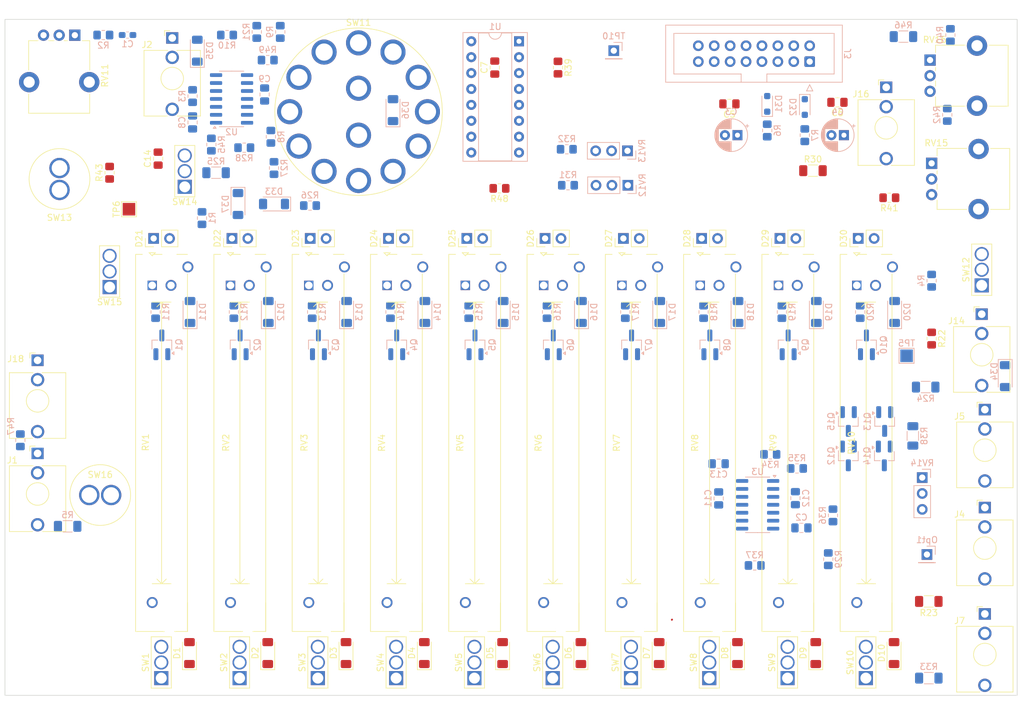
<source format=kicad_pcb>
(kicad_pcb (version 20221018) (generator pcbnew)

  (general
    (thickness 1.6)
  )

  (paper "A4")
  (title_block
    (title "Unseen Servant (Baby 10 Seq)")
  )

  (layers
    (0 "F.Cu" signal)
    (31 "B.Cu" signal)
    (32 "B.Adhes" user "B.Adhesive")
    (33 "F.Adhes" user "F.Adhesive")
    (34 "B.Paste" user)
    (35 "F.Paste" user)
    (36 "B.SilkS" user "B.Silkscreen")
    (37 "F.SilkS" user "F.Silkscreen")
    (38 "B.Mask" user)
    (39 "F.Mask" user)
    (40 "Dwgs.User" user "User.Drawings")
    (41 "Cmts.User" user "User.Comments")
    (42 "Eco1.User" user "User.Eco1")
    (43 "Eco2.User" user "User.Eco2")
    (44 "Edge.Cuts" user)
    (45 "Margin" user)
    (46 "B.CrtYd" user "B.Courtyard")
    (47 "F.CrtYd" user "F.Courtyard")
    (48 "B.Fab" user)
    (49 "F.Fab" user)
    (50 "User.1" user)
    (51 "User.2" user)
    (52 "User.3" user)
    (53 "User.4" user)
    (54 "User.5" user)
    (55 "User.6" user)
    (56 "User.7" user)
    (57 "User.8" user)
    (58 "User.9" user)
  )

  (setup
    (stackup
      (layer "F.SilkS" (type "Top Silk Screen"))
      (layer "F.Paste" (type "Top Solder Paste"))
      (layer "F.Mask" (type "Top Solder Mask") (thickness 0.01))
      (layer "F.Cu" (type "copper") (thickness 0.035))
      (layer "dielectric 1" (type "core") (thickness 1.51) (material "FR4") (epsilon_r 4.5) (loss_tangent 0.02))
      (layer "B.Cu" (type "copper") (thickness 0.035))
      (layer "B.Mask" (type "Bottom Solder Mask") (thickness 0.01))
      (layer "B.Paste" (type "Bottom Solder Paste"))
      (layer "B.SilkS" (type "Bottom Silk Screen"))
      (copper_finish "None")
      (dielectric_constraints no)
    )
    (pad_to_mask_clearance 0)
    (pcbplotparams
      (layerselection 0x00010fc_ffffffff)
      (plot_on_all_layers_selection 0x0000000_00000000)
      (disableapertmacros false)
      (usegerberextensions false)
      (usegerberattributes true)
      (usegerberadvancedattributes true)
      (creategerberjobfile true)
      (dashed_line_dash_ratio 12.000000)
      (dashed_line_gap_ratio 3.000000)
      (svgprecision 6)
      (plotframeref false)
      (viasonmask false)
      (mode 1)
      (useauxorigin false)
      (hpglpennumber 1)
      (hpglpenspeed 20)
      (hpglpendiameter 15.000000)
      (dxfpolygonmode true)
      (dxfimperialunits true)
      (dxfusepcbnewfont true)
      (psnegative false)
      (psa4output false)
      (plotreference true)
      (plotvalue true)
      (plotinvisibletext false)
      (sketchpadsonfab false)
      (subtractmaskfromsilk false)
      (outputformat 1)
      (mirror false)
      (drillshape 0)
      (scaleselection 1)
      (outputdirectory "./")
    )
  )

  (net 0 "")
  (net 1 "Net-(U2C--)")
  (net 2 "-12V")
  (net 3 "Net-(D1-K)")
  (net 4 "Net-(D1-A)")
  (net 5 "Net-(D2-K)")
  (net 6 "Net-(D2-A)")
  (net 7 "Net-(D3-K)")
  (net 8 "Net-(D3-A)")
  (net 9 "Net-(D4-K)")
  (net 10 "Net-(D4-A)")
  (net 11 "Net-(D5-K)")
  (net 12 "Net-(D5-A)")
  (net 13 "Net-(D6-K)")
  (net 14 "Net-(D6-A)")
  (net 15 "Net-(D7-K)")
  (net 16 "Net-(D7-A)")
  (net 17 "Net-(D8-K)")
  (net 18 "Net-(D8-A)")
  (net 19 "Net-(D9-K)")
  (net 20 "Net-(D9-A)")
  (net 21 "Net-(D10-K)")
  (net 22 "Net-(D10-A)")
  (net 23 "Net-(D11-A)")
  (net 24 "Net-(D12-A)")
  (net 25 "Net-(D13-A)")
  (net 26 "Net-(D14-A)")
  (net 27 "Net-(D15-A)")
  (net 28 "Net-(D16-A)")
  (net 29 "Net-(D17-A)")
  (net 30 "Net-(D18-A)")
  (net 31 "Net-(D19-A)")
  (net 32 "Net-(D20-A)")
  (net 33 "Net-(D21-K)")
  (net 34 "Net-(D21-A)")
  (net 35 "Net-(D22-K)")
  (net 36 "Net-(D23-K)")
  (net 37 "Net-(D24-K)")
  (net 38 "Net-(D25-K)")
  (net 39 "Net-(D27-K)")
  (net 40 "Net-(D28-K)")
  (net 41 "Net-(R2-Pad1)")
  (net 42 "Net-(D29-K)")
  (net 43 "Net-(D30-K)")
  (net 44 "Net-(D31-K)")
  (net 45 "Net-(D32-K)")
  (net 46 "Net-(D33-K)")
  (net 47 "Net-(R31-Pad1)")
  (net 48 "GND")
  (net 49 "unconnected-(SW11-Pad11)")
  (net 50 "unconnected-(SW11-Pad12)")
  (net 51 "Net-(D35-K)")
  (net 52 "unconnected-(J3-Pin_11-Pad11)")
  (net 53 "unconnected-(J3-Pin_12-Pad12)")
  (net 54 "unconnected-(J3-Pin_13-Pad13)")
  (net 55 "unconnected-(J3-Pin_14-Pad14)")
  (net 56 "Net-(Q1-B)")
  (net 57 "Net-(R25-Pad2)")
  (net 58 "Net-(R32-Pad1)")
  (net 59 "Net-(Q2-B)")
  (net 60 "Net-(C2-Pad1)")
  (net 61 "Net-(Q3-B)")
  (net 62 "Net-(D26-K)")
  (net 63 "Net-(Q4-B)")
  (net 64 "Net-(D31-A)")
  (net 65 "Net-(Q5-B)")
  (net 66 "Net-(D32-A)")
  (net 67 "Net-(Q6-B)")
  (net 68 "Net-(Q7-B)")
  (net 69 "Net-(D35-A)")
  (net 70 "Net-(Q8-B)")
  (net 71 "Net-(D36-A)")
  (net 72 "Net-(Q9-B)")
  (net 73 "Net-(D37-A)")
  (net 74 "Net-(Q10-B)")
  (net 75 "Net-(Q12-C)")
  (net 76 "Net-(U2A--)")
  (net 77 "Net-(U2B--)")
  (net 78 "Net-(SW12-A)")
  (net 79 "Net-(U2D--)")
  (net 80 "unconnected-(U1-Cout-Pad12)")
  (net 81 "Net-(SW14-B)")
  (net 82 "Net-(U3A-+)")
  (net 83 "RESET_IN")
  (net 84 "CLK_IN")
  (net 85 "Net-(D11-K)")
  (net 86 "Net-(D37-K)")
  (net 87 "Net-(U2B-+)")
  (net 88 "Net-(SW1-A)")
  (net 89 "GATE_OUT")
  (net 90 "Net-(U1-Reset)")
  (net 91 "CLK_OUT")
  (net 92 "CASC_OUT")
  (net 93 "Net-(R43-Pad1)")
  (net 94 "CV_OUT")
  (net 95 "Net-(U3B-+)")
  (net 96 "Net-(SW12-C)")
  (net 97 "CLK_IN_N")
  (net 98 "Net-(U3A--)")
  (net 99 "unconnected-(J1-PadTN)")
  (net 100 "Net-(Q12-B)")
  (net 101 "Net-(Q12-E)")
  (net 102 "Net-(Q13-B)")
  (net 103 "Net-(Q14-B)")
  (net 104 "SEQ_LV")
  (net 105 "Net-(U3B--)")
  (net 106 "+12V")
  (net 107 "Net-(R37-Pad2)")
  (net 108 "Net-(R40-Pad2)")
  (net 109 "Net-(R41-Pad1)")
  (net 110 "Net-(J3-Pin_15)")
  (net 111 "unconnected-(J4-PadTN)")
  (net 112 "unconnected-(J5-PadTN)")
  (net 113 "unconnected-(J7-PadTN)")
  (net 114 "Net-(D34-K)")
  (net 115 "Net-(SW14-A)")
  (net 116 "CASC_NORM")
  (net 117 "Net-(J16-PadT)")

  (footprint "SynthMages:Micro SPDT (3 pin)" (layer "F.Cu") (at 46 118.75 180))

  (footprint "Capacitor_SMD:C_0805_2012Metric_Pad1.18x1.45mm_HandSolder" (layer "F.Cu") (at 45.5 35.75 90))

  (footprint "SynthMages:Micro SPDT (3 pin)" (layer "F.Cu") (at 146 118.75 180))

  (footprint "SynthMages:SLIDE_POT_0547" (layer "F.Cu") (at 83.553 81.171374 -90))

  (footprint "Diode_SMD:D_MiniMELF" (layer "F.Cu") (at 88 114.75 90))

  (footprint "SynthMages:SLIDE_POT_0547" (layer "F.Cu") (at 46.053 81.171374 -90))

  (footprint "Diode_SMD:D_MiniMELF" (layer "F.Cu") (at 138 114.75 90))

  (footprint "SynthMages:Micro SPDT (3 pin)" (layer "F.Cu") (at 58.5 118.75 180))

  (footprint "Connector_PinHeader_2.54mm:PinHeader_1x02_P2.54mm_Vertical" (layer "F.Cu") (at 69.783 48.5 90))

  (footprint "Connector_Audio:Jack_3.5mm_QingPu_WQP-PJ398SM_Vertical_CircularHoles" (layer "F.Cu") (at 26.25 82.85))

  (footprint "Diode_SMD:D_MiniMELF" (layer "F.Cu") (at 100.5 114.75 90))

  (footprint "TestPoint:TestPoint_Pad_2.0x2.0mm" (layer "F.Cu") (at 40.843 43.831374 90))

  (footprint "Potentiometer_THT:Potentiometer_Alpha_RD901F-40-00D_Single_Vertical_CircularHoles" (layer "F.Cu") (at 32.2 16.025 -90))

  (footprint "Resistor_SMD:R_0805_2012Metric_Pad1.20x1.40mm_HandSolder" (layer "F.Cu") (at 109.343 21.2 -90))

  (footprint "Connector_PinHeader_2.54mm:PinHeader_1x02_P2.54mm_Vertical" (layer "F.Cu") (at 82.283 48.5 90))

  (footprint "SynthMages:SLIDE_POT_0547" (layer "F.Cu") (at 108.553 81.171374 -90))

  (footprint "Connector_PinHeader_2.54mm:PinHeader_1x02_P2.54mm_Vertical" (layer "F.Cu") (at 107.283 48.5 90))

  (footprint "SynthMages:SLIDE_POT_0547" (layer "F.Cu") (at 58.553 81.171374 -90))

  (footprint "Connector_Audio:Jack_3.5mm_QingPu_WQP-PJ398SM_Vertical_CircularHoles" (layer "F.Cu") (at 47.75 16.47))

  (footprint "Connector_PinHeader_2.54mm:PinHeader_1x02_P2.54mm_Vertical" (layer "F.Cu") (at 157.283 48.5 90))

  (footprint "SynthMages:Micro SPDT (3 pin)" (layer "F.Cu") (at 83.5 118.75 180))

  (footprint "Diode_SMD:D_MiniMELF" (layer "F.Cu") (at 150.5 114.75 90))

  (footprint "Diode_SMD:D_MiniMELF" (layer "F.Cu") (at 113 114.75 90))

  (footprint "SynthMages:SLIDE_POT_0547" (layer "F.Cu") (at 133.553 81.171374 -90))

  (footprint "Diode_SMD:D_MiniMELF" (layer "F.Cu") (at 50.5 114.75 90))

  (footprint "Connector_Audio:Jack_3.5mm_QingPu_WQP-PJ398SM_Vertical_CircularHoles" (layer "F.Cu") (at 177 60.6))

  (footprint "Connector_PinHeader_2.54mm:PinHeader_1x02_P2.54mm_Vertical" (layer "F.Cu") (at 144.783 48.5 90))

  (footprint "Capacitor_SMD:C_0805_2012Metric_Pad1.18x1.45mm_HandSolder" (layer "F.Cu") (at 99.25 21.2 90))

  (footprint "Potentiometer_THT:Potentiometer_Alpha_RD901F-40-00D_Single_Vertical_CircularHoles" (layer "F.Cu") (at 169 36.5))

  (footprint "Connector_PinHeader_2.54mm:PinHeader_1x02_P2.54mm_Vertical" (layer "F.Cu") (at 94.783 48.5 90))

  (footprint "Diode_SMD:D_MiniMELF" (layer "F.Cu") (at 163 114.75 90))

  (footprint "Resistor_SMD:R_0805_2012Metric_Pad1.20x1.40mm_HandSolder" (layer "F.Cu") (at 169 64.5 -90))

  (footprint "SynthMages:Pushbutton Switch (PBS105)" (layer "F.Cu") (at 36.25 89.5 90))

  (footprint "Capacitor_SMD:C_0805_2012Metric_Pad1.18x1.45mm_HandSolder" (layer "F.Cu") (at 153.9625 26.75 180))

  (footprint "Resistor_SMD:R_0805_2012Metric_Pad1.20x1.40mm_HandSolder" (layer "F.Cu") (at 162.25 42 180))

  (footprint "Potentiometer_THT:Potentiometer_Alpha_RD901F-40-00D_Single_Vertical_CircularHoles" (layer "F.Cu") (at 168.75 20))

  (footprint "SynthMages:Micro SPDT (3 pin)" (layer "F.Cu") (at 108.5 118.75 180))

  (footprint "Resistor_SMD:R_0805_2012Metric_Pad1.20x1.40mm_HandSolder" (layer "F.Cu") (at 100 40.5 180))

  (footprint "Resistor_SMD:R_1206_3216Metric_Pad1.30x1.75mm_HandSolder" (layer "F.Cu") (at 168.55 106.5 180))

  (footprint "Connector_PinHeader_2.54mm:PinHeader_1x02_P2.54mm_Vertical" (layer "F.Cu") (at 44.783 48.5 90))

  (footprint "SynthMages:Alpha Rotary 12" (layer "F.Cu") (at 77.5 28.25))

  (footprint "SynthMages:Micro SPDT (3 pin)" (layer "F.Cu") (at 177 56 180))

  (footprint "Connector_Audio:Jack_3.5mm_QingPu_WQP-PJ398SM_Vertical_CircularHoles" (layer "F.Cu") (at 161.75 24.35))

  (footprint "Connector_Audio:Jack_3.5mm_QingPu_WQP-PJ398SM_Vertical_CircularHoles" (layer "F.Cu")
    (tstamp c204be8a-8258-419f-bbdb-7cc9eff5fb4f)
    (at 177.5 108.5)
    (descr "TRS 3.5mm, vertical, Thonkiconn, PCB mount, (http://www.qingpu-electronics.com/en/products/WQP-PJ398SM-362.html)")
    (tags "WQP-PJ398SM WQP-PJ301M-12 TRS 3.5mm mono vertical jack thonkiconn qingpu")
    (property "Sheetfile" "Unseen Servant.kicad_sch")
    (property "Sheetname" "")
    (property "ki_description" "Audio Jack, 2 Poles (Mono / TS), Switched T Pole (Normalling)")
    (property "ki_keywords" "audio jack receptacle mono headphones phone TS connector")
    (path "/ce58c901-eaf7-4ea7-80d6-cc2774f56ea8")
    (attr through_hole)
    (fp_text reference "J7" (at -4.03 1.08 180) (layer "F.SilkS")
        (effects (font (size 1 1) (thickness 0.15)))
      (tstamp c4d3ce3f-7c92-45c2-b206-db4b1c12063a)
    )
    (fp_text value "CV OUT" (at 0 5 180) (layer "F.Fab")
        (effects (font (size 1 1) (thickness 0.15))
... [522163 chars truncated]
</source>
